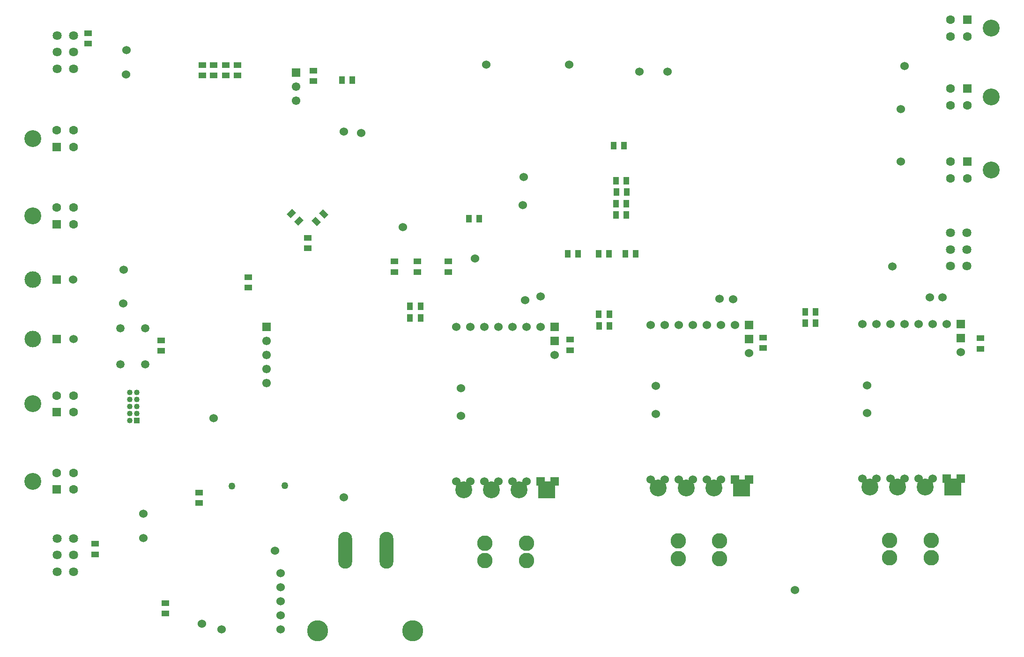
<source format=gbr>
%TF.GenerationSoftware,Altium Limited,Altium Designer,20.1.14 (287)*%
G04 Layer_Color=255*
%FSLAX25Y25*%
%MOIN*%
%TF.SameCoordinates,420D9B4C-C7A0-47ED-81AF-82C992674030*%
%TF.FilePolarity,Positive*%
%TF.FileFunction,Pads,Bot*%
%TF.Part,Single*%
G01*
G75*
%TA.AperFunction,SMDPad,CuDef*%
%ADD10R,0.04134X0.05512*%
%ADD11R,0.05512X0.04134*%
%TA.AperFunction,ComponentPad*%
%ADD37C,0.12008*%
%ADD38C,0.06319*%
%ADD39R,0.06319X0.06319*%
%ADD40C,0.05000*%
%ADD41C,0.06000*%
%ADD42R,0.12000X0.12000*%
%ADD43C,0.12000*%
%ADD44R,0.06000X0.06000*%
%ADD45O,0.09900X0.26300*%
%ADD46C,0.15000*%
%ADD47C,0.10984*%
%ADD48C,0.06417*%
%ADD49C,0.05898*%
%ADD50R,0.06024X0.06024*%
%ADD51C,0.06024*%
%ADD52C,0.11811*%
%ADD53C,0.04000*%
%ADD54R,0.04000X0.04000*%
%ADD55C,0.06102*%
%ADD56R,0.06102X0.06102*%
%TA.AperFunction,SMDPad,CuDef*%
G04:AMPARAMS|DCode=59|XSize=55.12mil|YSize=41.34mil|CornerRadius=0mil|HoleSize=0mil|Usage=FLASHONLY|Rotation=45.000|XOffset=0mil|YOffset=0mil|HoleType=Round|Shape=Rectangle|*
%AMROTATEDRECTD59*
4,1,4,-0.00487,-0.03410,-0.03410,-0.00487,0.00487,0.03410,0.03410,0.00487,-0.00487,-0.03410,0.0*
%
%ADD59ROTATEDRECTD59*%

G04:AMPARAMS|DCode=60|XSize=55.12mil|YSize=41.34mil|CornerRadius=0mil|HoleSize=0mil|Usage=FLASHONLY|Rotation=315.000|XOffset=0mil|YOffset=0mil|HoleType=Round|Shape=Rectangle|*
%AMROTATEDRECTD60*
4,1,4,-0.03410,0.00487,-0.00487,0.03410,0.03410,-0.00487,0.00487,-0.03410,-0.03410,0.00487,0.0*
%
%ADD60ROTATEDRECTD60*%

D10*
X442260Y287000D02*
D03*
X449740D02*
D03*
X423260D02*
D03*
X430740D02*
D03*
X401260D02*
D03*
X408740D02*
D03*
X248240Y410500D02*
D03*
X240760D02*
D03*
X570291Y237366D02*
D03*
X577772D02*
D03*
X577772Y245634D02*
D03*
X570291D02*
D03*
X430980Y244000D02*
D03*
X423500D02*
D03*
X423760Y235500D02*
D03*
X431240D02*
D03*
X296683Y249683D02*
D03*
X289203D02*
D03*
X289183Y241183D02*
D03*
X296663D02*
D03*
X443240Y322500D02*
D03*
X435760D02*
D03*
X443240Y314500D02*
D03*
X435760D02*
D03*
X435760Y339000D02*
D03*
X443240D02*
D03*
X443480Y331000D02*
D03*
X436000D02*
D03*
X434020Y364000D02*
D03*
X441500D02*
D03*
X338480Y312000D02*
D03*
X331000D02*
D03*
D11*
X403000Y218260D02*
D03*
Y225740D02*
D03*
X65000Y80480D02*
D03*
Y73000D02*
D03*
X540500Y219760D02*
D03*
Y227240D02*
D03*
X316500Y281500D02*
D03*
Y274020D02*
D03*
X294500D02*
D03*
Y281500D02*
D03*
X220500Y409760D02*
D03*
Y417240D02*
D03*
X278000Y274020D02*
D03*
Y281500D02*
D03*
X695000Y226740D02*
D03*
Y219260D02*
D03*
X158000Y421240D02*
D03*
Y413760D02*
D03*
X166500Y421240D02*
D03*
Y413760D02*
D03*
X149500Y421240D02*
D03*
Y413760D02*
D03*
X141500Y421240D02*
D03*
Y413760D02*
D03*
X216500Y290760D02*
D03*
Y298240D02*
D03*
X60000Y436520D02*
D03*
Y444000D02*
D03*
X174000Y270240D02*
D03*
Y262760D02*
D03*
X115000Y30760D02*
D03*
Y38240D02*
D03*
X139000Y109520D02*
D03*
Y117000D02*
D03*
X112000Y225240D02*
D03*
Y217760D02*
D03*
D37*
X20856Y313819D02*
D03*
Y368895D02*
D03*
Y180093D02*
D03*
Y125017D02*
D03*
X702644Y447500D02*
D03*
Y398594D02*
D03*
Y346500D02*
D03*
D38*
X49675Y319724D02*
D03*
Y307913D02*
D03*
X37864Y319724D02*
D03*
Y374800D02*
D03*
X49675Y362989D02*
D03*
Y374800D02*
D03*
Y185998D02*
D03*
Y174187D02*
D03*
X37864Y185998D02*
D03*
X49675Y130923D02*
D03*
Y119112D02*
D03*
X37864Y130923D02*
D03*
X685636Y441595D02*
D03*
X673825Y453406D02*
D03*
Y441595D02*
D03*
X685636Y392689D02*
D03*
X673825Y404500D02*
D03*
Y392689D02*
D03*
X685636Y340595D02*
D03*
X673825Y352406D02*
D03*
Y340595D02*
D03*
D39*
X37864Y307913D02*
D03*
Y362989D02*
D03*
Y174187D02*
D03*
Y119112D02*
D03*
X685636Y453406D02*
D03*
Y404500D02*
D03*
Y352406D02*
D03*
D40*
X200000Y122000D02*
D03*
X162500Y121500D02*
D03*
D41*
X325500Y171500D02*
D03*
Y191200D02*
D03*
X392000Y214700D02*
D03*
X382000Y234700D02*
D03*
X372000D02*
D03*
X362000D02*
D03*
X352000D02*
D03*
X342000D02*
D03*
X332000D02*
D03*
X322000D02*
D03*
Y124700D02*
D03*
X332000D02*
D03*
X342000D02*
D03*
X352000D02*
D03*
X362000D02*
D03*
X372000D02*
D03*
X149500Y170000D02*
D03*
X452500Y416500D02*
D03*
X242000Y113500D02*
D03*
X472500Y416500D02*
D03*
X563000Y47500D02*
D03*
X85500Y275500D02*
D03*
X614500Y173500D02*
D03*
Y193200D02*
D03*
X681000Y216700D02*
D03*
X671000Y236700D02*
D03*
X661000D02*
D03*
X651000D02*
D03*
X641000D02*
D03*
X631000D02*
D03*
X621000D02*
D03*
X611000D02*
D03*
Y126700D02*
D03*
X621000D02*
D03*
X631000D02*
D03*
X641000D02*
D03*
X651000D02*
D03*
X661000D02*
D03*
X254500Y373000D02*
D03*
X242000Y374000D02*
D03*
X659000Y256000D02*
D03*
X509500Y255000D02*
D03*
X382000Y256500D02*
D03*
X371000Y254000D02*
D03*
X668000Y256000D02*
D03*
X638500Y352500D02*
D03*
Y390000D02*
D03*
X641000Y420500D02*
D03*
X87000Y414500D02*
D03*
X87500Y432000D02*
D03*
X99500Y84500D02*
D03*
Y102000D02*
D03*
X85000Y251500D02*
D03*
X284000Y306000D02*
D03*
X369500Y321500D02*
D03*
X370000Y341500D02*
D03*
X335500Y283500D02*
D03*
X632500Y278000D02*
D03*
X343472Y421500D02*
D03*
X402528D02*
D03*
X519000Y254500D02*
D03*
X510500Y126200D02*
D03*
X500500D02*
D03*
X490500D02*
D03*
X480500D02*
D03*
X470500D02*
D03*
X460500D02*
D03*
Y236200D02*
D03*
X470500D02*
D03*
X480500D02*
D03*
X490500D02*
D03*
X500500D02*
D03*
X510500D02*
D03*
X520500D02*
D03*
X530500Y216200D02*
D03*
X464000Y192700D02*
D03*
Y173000D02*
D03*
X197000Y59500D02*
D03*
Y49500D02*
D03*
Y39500D02*
D03*
Y29500D02*
D03*
Y19500D02*
D03*
X155000D02*
D03*
X193000Y75500D02*
D03*
X141000Y23500D02*
D03*
D42*
X386500Y118700D02*
D03*
X675500Y120700D02*
D03*
X525000Y120200D02*
D03*
D43*
X366800Y118700D02*
D03*
X347100D02*
D03*
X327400D02*
D03*
X655800Y120700D02*
D03*
X636100D02*
D03*
X616400D02*
D03*
X465900Y120200D02*
D03*
X485600D02*
D03*
X505300D02*
D03*
D44*
X392000Y224700D02*
D03*
Y234700D02*
D03*
X382000Y124700D02*
D03*
X392000D02*
D03*
X681000Y226700D02*
D03*
Y236700D02*
D03*
X671000Y126700D02*
D03*
X681000D02*
D03*
X530500Y126200D02*
D03*
X520500D02*
D03*
X530500Y236200D02*
D03*
Y226200D02*
D03*
D45*
X272400Y76000D02*
D03*
X243000D02*
D03*
D46*
X291000Y18500D02*
D03*
X223500D02*
D03*
D47*
X372000Y68500D02*
D03*
Y81020D02*
D03*
X342512Y68500D02*
D03*
Y81020D02*
D03*
X480000Y82520D02*
D03*
Y70000D02*
D03*
X509488Y82520D02*
D03*
Y70000D02*
D03*
X660000Y70500D02*
D03*
Y83020D02*
D03*
X630512Y70500D02*
D03*
Y83020D02*
D03*
D48*
X685492Y278189D02*
D03*
Y290000D02*
D03*
Y301811D02*
D03*
X673681D02*
D03*
Y290000D02*
D03*
Y278189D02*
D03*
X38008Y442311D02*
D03*
Y430500D02*
D03*
Y418689D02*
D03*
X49819D02*
D03*
Y430500D02*
D03*
Y442311D02*
D03*
X38008Y84311D02*
D03*
Y72500D02*
D03*
Y60689D02*
D03*
X49819D02*
D03*
Y72500D02*
D03*
Y84311D02*
D03*
D49*
X83142Y233795D02*
D03*
Y208205D02*
D03*
X100858D02*
D03*
Y233795D02*
D03*
D50*
X37689Y268500D02*
D03*
X37864Y226057D02*
D03*
D51*
X49500Y268500D02*
D03*
X49675Y226057D02*
D03*
D52*
X20681Y268500D02*
D03*
X20856Y226057D02*
D03*
D53*
X89823Y188028D02*
D03*
X94823D02*
D03*
X89823Y183028D02*
D03*
X94823D02*
D03*
X89823Y178028D02*
D03*
X94823D02*
D03*
X89823Y173028D02*
D03*
X94823D02*
D03*
X89823Y168028D02*
D03*
D54*
X94823D02*
D03*
D55*
X187000Y195000D02*
D03*
Y205000D02*
D03*
Y215000D02*
D03*
Y225000D02*
D03*
X208000Y406000D02*
D03*
Y396000D02*
D03*
D56*
X187000Y235000D02*
D03*
X208000Y416000D02*
D03*
D59*
X204855Y315645D02*
D03*
X210145Y310355D02*
D03*
D60*
X227645Y315145D02*
D03*
X222355Y309855D02*
D03*
%TF.MD5,edca8770c9f9c757214e8fed10b01094*%
M02*

</source>
